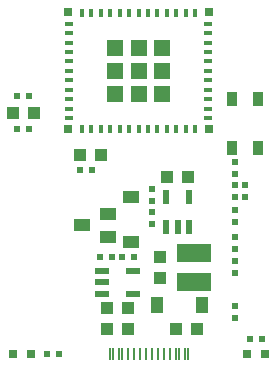
<source format=gbr>
G04 #@! TF.GenerationSoftware,KiCad,Pcbnew,5.1.6-c6e7f7d~87~ubuntu18.04.1*
G04 #@! TF.CreationDate,2022-09-28T14:17:23+03:00*
G04 #@! TF.ProjectId,ESP32-C3-DevKit-Lipo_Rev_B,45535033-322d-4433-932d-4465764b6974,B*
G04 #@! TF.SameCoordinates,Original*
G04 #@! TF.FileFunction,Paste,Top*
G04 #@! TF.FilePolarity,Positive*
%FSLAX46Y46*%
G04 Gerber Fmt 4.6, Leading zero omitted, Abs format (unit mm)*
G04 Created by KiCad (PCBNEW 5.1.6-c6e7f7d~87~ubuntu18.04.1) date 2022-09-28 14:17:23*
%MOMM*%
%LPD*%
G01*
G04 APERTURE LIST*
%ADD10R,0.550000X0.500000*%
%ADD11R,1.450000X1.450000*%
%ADD12R,0.400000X0.800000*%
%ADD13R,0.800000X0.400000*%
%ADD14R,0.700000X0.700000*%
%ADD15R,0.800000X0.800000*%
%ADD16R,1.016000X1.016000*%
%ADD17R,1.400000X1.000000*%
%ADD18R,3.000000X1.600000*%
%ADD19R,1.200000X0.550000*%
%ADD20R,1.000000X1.400000*%
%ADD21R,0.500000X0.550000*%
%ADD22R,0.904000X1.304000*%
%ADD23R,0.550000X1.200000*%
%ADD24R,0.280000X1.130000*%
%ADD25R,0.230000X1.130000*%
G04 APERTURE END LIST*
D10*
X151638000Y-92964000D03*
X151638000Y-93980000D03*
D11*
X143510000Y-81337000D03*
X145485000Y-83312000D03*
X141535000Y-83312000D03*
X141535000Y-81337000D03*
X145485000Y-81337000D03*
X141535000Y-85287000D03*
X145485000Y-85287000D03*
X143510000Y-83312000D03*
X143510000Y-85287000D03*
D12*
X139510000Y-78412000D03*
X140310000Y-78412000D03*
X141110000Y-78412000D03*
X141910000Y-78412000D03*
X142710000Y-78412000D03*
X143510000Y-78412000D03*
X144310000Y-78412000D03*
X145110000Y-78412000D03*
X145910000Y-78412000D03*
X146710000Y-78412000D03*
X147510000Y-78412000D03*
D13*
X149410000Y-80112000D03*
X149410000Y-80912000D03*
X149410000Y-81712000D03*
X149410000Y-82512000D03*
X149410000Y-83312000D03*
X149410000Y-84112000D03*
X149410000Y-84912000D03*
X149410000Y-85712000D03*
X149410000Y-86512000D03*
D12*
X147510000Y-88212000D03*
X146710000Y-88212000D03*
X145910000Y-88212000D03*
X145110000Y-88212000D03*
X144310000Y-88212000D03*
X143510000Y-88212000D03*
X142710000Y-88212000D03*
X141910000Y-88212000D03*
X141110000Y-88212000D03*
X140310000Y-88212000D03*
X139510000Y-88212000D03*
D13*
X137610000Y-86512000D03*
X137610000Y-85712000D03*
X137610000Y-84912000D03*
X137610000Y-84112000D03*
X137610000Y-83312000D03*
X137610000Y-82512000D03*
X137610000Y-81712000D03*
X137610000Y-80912000D03*
X137610000Y-80112000D03*
X149410000Y-79312000D03*
X149410000Y-87312000D03*
X137610000Y-87312000D03*
X137610000Y-79312000D03*
D12*
X148310000Y-88212000D03*
X148310000Y-78412000D03*
D14*
X137560000Y-78362000D03*
X137560000Y-88262000D03*
X149460000Y-78362000D03*
X149460000Y-88262000D03*
D12*
X138710000Y-78412000D03*
X138710000Y-88212000D03*
D15*
X134366000Y-107314999D03*
X132842000Y-107314999D03*
D16*
X145288000Y-99060000D03*
X145288000Y-100838000D03*
D17*
X140934440Y-97342960D03*
X140934440Y-95440500D03*
X138724640Y-96395540D03*
D18*
X148209000Y-101149000D03*
X148209000Y-98749000D03*
D19*
X140432000Y-100269000D03*
X140432000Y-101219000D03*
X140432000Y-102169000D03*
X143032000Y-100269000D03*
X143032000Y-102169000D03*
D20*
X148839000Y-103124000D03*
X145039000Y-103124000D03*
D17*
X142875000Y-97785000D03*
X142875000Y-93985000D03*
D16*
X140843000Y-103378000D03*
X142621000Y-103378000D03*
X140335000Y-90424000D03*
X138557000Y-90424000D03*
D21*
X140208000Y-99060000D03*
X141224000Y-99060000D03*
X136779000Y-107315000D03*
X135763000Y-107315000D03*
X143129000Y-99060000D03*
X142113000Y-99060000D03*
D10*
X151638000Y-95123000D03*
X151638000Y-96139000D03*
X151638000Y-99441000D03*
X151638000Y-100457000D03*
X151638000Y-97409000D03*
X151638000Y-98425000D03*
X144653000Y-96266000D03*
X144653000Y-95250000D03*
X144653000Y-93345000D03*
X144653000Y-94361000D03*
D21*
X138557000Y-91694000D03*
X139573000Y-91694000D03*
X153924000Y-106045000D03*
X152908000Y-106045000D03*
D10*
X151638000Y-103251000D03*
X151638000Y-104267000D03*
X152527000Y-93980000D03*
X152527000Y-92964000D03*
D16*
X145923000Y-92329001D03*
X147701000Y-92329001D03*
X134620000Y-86868000D03*
X132842000Y-86868000D03*
D21*
X134239000Y-85471000D03*
X133223000Y-85471000D03*
D15*
X154178000Y-107315000D03*
X152654000Y-107315000D03*
D16*
X148463000Y-105156000D03*
X146685000Y-105156000D03*
X142621000Y-105156000D03*
X140843000Y-105156000D03*
D21*
X134239000Y-88265000D03*
X133223000Y-88265000D03*
D22*
X151452000Y-89832000D03*
X151452000Y-85682000D03*
X153602000Y-89832000D03*
X153602000Y-85682000D03*
D23*
X147762000Y-93949999D03*
X145862000Y-93949999D03*
X147762000Y-96549999D03*
X146812000Y-96549999D03*
X145862000Y-96549999D03*
D24*
X147724000Y-107320000D03*
X141074000Y-107320000D03*
X147474000Y-107320000D03*
X141324000Y-107320000D03*
X146924000Y-107320000D03*
X141874000Y-107320000D03*
X146674000Y-107320000D03*
X142124000Y-107320000D03*
D25*
X144149000Y-107320000D03*
X145149000Y-107320000D03*
X145649000Y-107320000D03*
X144649000Y-107320000D03*
X146149000Y-107320000D03*
X143649000Y-107320000D03*
X143149000Y-107320000D03*
X142649000Y-107320000D03*
D10*
X151638000Y-92075000D03*
X151638000Y-91059000D03*
M02*

</source>
